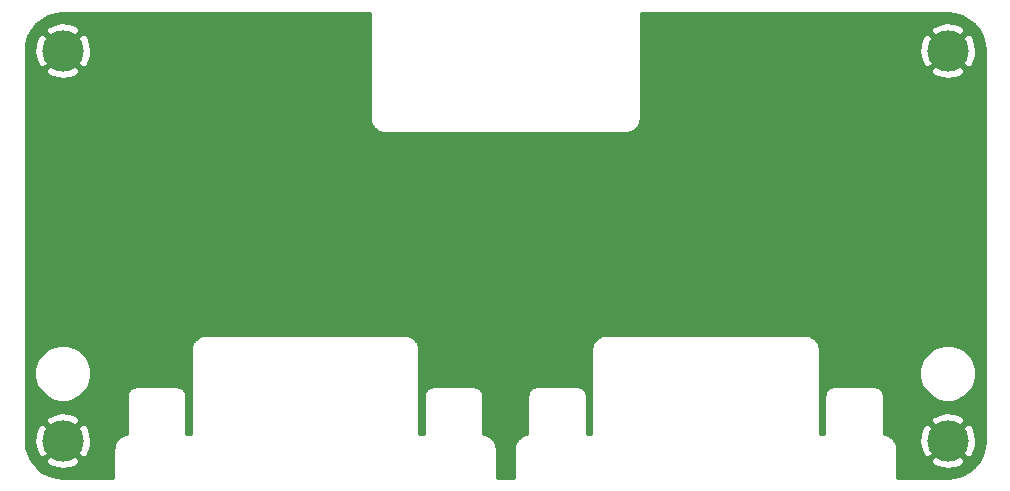
<source format=gbl>
%TF.GenerationSoftware,KiCad,Pcbnew,(5.1.8)-1*%
%TF.CreationDate,2021-02-22T12:03:38+01:00*%
%TF.ProjectId,Amiga Mouse Switch Faceplate A1,416d6967-6120-44d6-9f75-736520537769,rev?*%
%TF.SameCoordinates,Original*%
%TF.FileFunction,Copper,L2,Bot*%
%TF.FilePolarity,Positive*%
%FSLAX46Y46*%
G04 Gerber Fmt 4.6, Leading zero omitted, Abs format (unit mm)*
G04 Created by KiCad (PCBNEW (5.1.8)-1) date 2021-02-22 12:03:38*
%MOMM*%
%LPD*%
G01*
G04 APERTURE LIST*
%TA.AperFunction,ComponentPad*%
%ADD10C,3.500000*%
%TD*%
%TA.AperFunction,Conductor*%
%ADD11C,0.254000*%
%TD*%
%TA.AperFunction,Conductor*%
%ADD12C,0.100000*%
%TD*%
G04 APERTURE END LIST*
D10*
%TO.P,M1,1*%
%TO.N,Net-(M1-Pad1)*%
X102235000Y-108585000D03*
%TD*%
%TO.P,M2,1*%
%TO.N,Net-(M1-Pad1)*%
X177165000Y-75565000D03*
%TD*%
%TO.P,M3,1*%
%TO.N,Net-(M1-Pad1)*%
X102235000Y-75565000D03*
%TD*%
%TO.P,M4,1*%
%TO.N,Net-(M1-Pad1)*%
X177165000Y-108585000D03*
%TD*%
D11*
%TO.N,Net-(M1-Pad1)*%
X128244513Y-72415666D02*
X128245001Y-72420310D01*
X128245000Y-81312418D01*
X128247758Y-81340419D01*
X128247731Y-81344255D01*
X128248631Y-81353426D01*
X128261586Y-81476677D01*
X128273615Y-81535274D01*
X128284822Y-81594028D01*
X128287486Y-81602850D01*
X128324133Y-81721238D01*
X128347308Y-81776368D01*
X128369722Y-81831847D01*
X128374049Y-81839983D01*
X128432992Y-81948998D01*
X128466437Y-81998582D01*
X128499197Y-82048645D01*
X128505022Y-82055786D01*
X128584018Y-82151276D01*
X128626467Y-82193430D01*
X128668315Y-82236165D01*
X128675416Y-82242039D01*
X128771455Y-82320367D01*
X128821281Y-82353472D01*
X128870638Y-82387267D01*
X128878744Y-82391650D01*
X128988167Y-82449832D01*
X129043459Y-82472621D01*
X129098455Y-82496193D01*
X129107258Y-82498918D01*
X129225899Y-82534737D01*
X129284583Y-82546357D01*
X129343094Y-82558794D01*
X129352250Y-82559756D01*
X129352255Y-82559757D01*
X129352259Y-82559757D01*
X129475597Y-82571850D01*
X129475598Y-82571850D01*
X129507581Y-82575000D01*
X149892419Y-82575000D01*
X149920419Y-82572242D01*
X149924255Y-82572269D01*
X149933426Y-82571369D01*
X150056677Y-82558414D01*
X150115274Y-82546385D01*
X150174028Y-82535178D01*
X150182850Y-82532514D01*
X150301238Y-82495867D01*
X150356368Y-82472692D01*
X150411847Y-82450278D01*
X150419983Y-82445951D01*
X150528998Y-82387008D01*
X150578582Y-82353563D01*
X150628645Y-82320803D01*
X150635786Y-82314978D01*
X150731276Y-82235982D01*
X150773430Y-82193533D01*
X150816165Y-82151685D01*
X150822039Y-82144584D01*
X150900367Y-82048545D01*
X150933472Y-81998719D01*
X150967267Y-81949362D01*
X150971650Y-81941256D01*
X151029832Y-81831833D01*
X151052621Y-81776541D01*
X151076193Y-81721545D01*
X151078918Y-81712742D01*
X151114737Y-81594101D01*
X151126359Y-81535408D01*
X151138794Y-81476906D01*
X151139756Y-81467750D01*
X151139757Y-81467745D01*
X151139757Y-81467741D01*
X151151850Y-81344403D01*
X151151850Y-81344402D01*
X151155000Y-81312419D01*
X151155000Y-77234609D01*
X175674997Y-77234609D01*
X175861073Y-77575766D01*
X176278409Y-77791513D01*
X176729815Y-77921696D01*
X177197946Y-77961313D01*
X177664811Y-77908842D01*
X178112468Y-77766297D01*
X178468927Y-77575766D01*
X178655003Y-77234609D01*
X177165000Y-75744605D01*
X175674997Y-77234609D01*
X151155000Y-77234609D01*
X151155000Y-75597946D01*
X174768687Y-75597946D01*
X174821158Y-76064811D01*
X174963703Y-76512468D01*
X175154234Y-76868927D01*
X175495391Y-77055003D01*
X176985395Y-75565000D01*
X177344605Y-75565000D01*
X178834609Y-77055003D01*
X179175766Y-76868927D01*
X179391513Y-76451591D01*
X179521696Y-76000185D01*
X179561313Y-75532054D01*
X179508842Y-75065189D01*
X179366297Y-74617532D01*
X179175766Y-74261073D01*
X178834609Y-74074997D01*
X177344605Y-75565000D01*
X176985395Y-75565000D01*
X175495391Y-74074997D01*
X175154234Y-74261073D01*
X174938487Y-74678409D01*
X174808304Y-75129815D01*
X174768687Y-75597946D01*
X151155000Y-75597946D01*
X151155000Y-73895391D01*
X175674997Y-73895391D01*
X177165000Y-75385395D01*
X178655003Y-73895391D01*
X178468927Y-73554234D01*
X178051591Y-73338487D01*
X177600185Y-73208304D01*
X177132054Y-73168687D01*
X176665189Y-73221158D01*
X176217532Y-73363703D01*
X175861073Y-73554234D01*
X175674997Y-73895391D01*
X151155000Y-73895391D01*
X151155000Y-72422275D01*
X151155666Y-72415487D01*
X151160301Y-72415000D01*
X177132721Y-72415000D01*
X177776222Y-72478096D01*
X178364164Y-72655606D01*
X178906436Y-72943937D01*
X179382364Y-73332094D01*
X179773845Y-73805314D01*
X180065951Y-74345552D01*
X180247563Y-74932244D01*
X180315000Y-75573879D01*
X180315001Y-108552711D01*
X180251904Y-109196221D01*
X180074394Y-109784164D01*
X179786063Y-110326436D01*
X179397906Y-110802364D01*
X178924686Y-111193845D01*
X178384449Y-111485950D01*
X177797756Y-111667563D01*
X177156130Y-111735000D01*
X172879275Y-111735000D01*
X172872487Y-111734335D01*
X172872000Y-111729699D01*
X172872000Y-110254609D01*
X175674997Y-110254609D01*
X175861073Y-110595766D01*
X176278409Y-110811513D01*
X176729815Y-110941696D01*
X177197946Y-110981313D01*
X177664811Y-110928842D01*
X178112468Y-110786297D01*
X178468927Y-110595766D01*
X178655003Y-110254609D01*
X177165000Y-108764605D01*
X175674997Y-110254609D01*
X172872000Y-110254609D01*
X172872000Y-109251081D01*
X172869242Y-109223081D01*
X172869269Y-109219245D01*
X172868369Y-109210074D01*
X172855414Y-109086823D01*
X172843387Y-109028233D01*
X172832178Y-108969471D01*
X172829514Y-108960649D01*
X172792867Y-108842262D01*
X172769692Y-108787132D01*
X172747278Y-108731653D01*
X172742951Y-108723517D01*
X172685870Y-108617946D01*
X174768687Y-108617946D01*
X174821158Y-109084811D01*
X174963703Y-109532468D01*
X175154234Y-109888927D01*
X175495391Y-110075003D01*
X176985395Y-108585000D01*
X177344605Y-108585000D01*
X178834609Y-110075003D01*
X179175766Y-109888927D01*
X179391513Y-109471591D01*
X179521696Y-109020185D01*
X179561313Y-108552054D01*
X179508842Y-108085189D01*
X179366297Y-107637532D01*
X179175766Y-107281073D01*
X178834609Y-107094997D01*
X177344605Y-108585000D01*
X176985395Y-108585000D01*
X175495391Y-107094997D01*
X175154234Y-107281073D01*
X174938487Y-107698409D01*
X174808304Y-108149815D01*
X174768687Y-108617946D01*
X172685870Y-108617946D01*
X172684007Y-108614502D01*
X172650565Y-108564922D01*
X172617803Y-108514855D01*
X172611978Y-108507714D01*
X172532982Y-108412224D01*
X172490566Y-108370103D01*
X172448684Y-108327334D01*
X172441584Y-108321461D01*
X172345545Y-108243133D01*
X172295703Y-108210018D01*
X172246362Y-108176233D01*
X172238256Y-108171850D01*
X172128832Y-108113668D01*
X172073554Y-108090884D01*
X172018545Y-108067307D01*
X172009741Y-108064582D01*
X171891101Y-108028762D01*
X171832372Y-108017133D01*
X171773905Y-108004706D01*
X171764747Y-108003744D01*
X171764744Y-108003743D01*
X171764741Y-108003743D01*
X171729000Y-108000239D01*
X171729000Y-106915391D01*
X175674997Y-106915391D01*
X177165000Y-108405395D01*
X178655003Y-106915391D01*
X178468927Y-106574234D01*
X178051591Y-106358487D01*
X177600185Y-106228304D01*
X177132054Y-106188687D01*
X176665189Y-106241158D01*
X176217532Y-106383703D01*
X175861073Y-106574234D01*
X175674997Y-106915391D01*
X171729000Y-106915391D01*
X171729000Y-104742581D01*
X171726277Y-104714929D01*
X171726281Y-104714291D01*
X171725381Y-104705120D01*
X171724261Y-104694460D01*
X171719450Y-104645617D01*
X171708244Y-104608678D01*
X171699555Y-104563123D01*
X171696892Y-104554302D01*
X171689563Y-104530625D01*
X171666384Y-104475484D01*
X171643970Y-104420007D01*
X171639643Y-104411871D01*
X171627854Y-104390068D01*
X171594413Y-104340490D01*
X171561654Y-104290428D01*
X171555830Y-104283287D01*
X171540031Y-104264189D01*
X171497602Y-104222055D01*
X171455735Y-104179300D01*
X171448634Y-104173426D01*
X171429426Y-104157760D01*
X171379609Y-104124661D01*
X171330229Y-104090851D01*
X171322123Y-104086468D01*
X171300238Y-104074833D01*
X171244960Y-104052050D01*
X171189963Y-104028478D01*
X171181159Y-104025753D01*
X171157431Y-104018589D01*
X171109360Y-104009070D01*
X171071383Y-103997550D01*
X171032683Y-103993738D01*
X171031080Y-103993570D01*
X171031075Y-103993569D01*
X171031070Y-103993569D01*
X171006412Y-103991151D01*
X170974419Y-103988000D01*
X167480581Y-103988000D01*
X167452929Y-103990723D01*
X167452291Y-103990719D01*
X167443120Y-103991619D01*
X167432460Y-103992739D01*
X167383617Y-103997550D01*
X167346678Y-104008756D01*
X167301123Y-104017445D01*
X167292302Y-104020108D01*
X167268625Y-104027437D01*
X167213484Y-104050616D01*
X167158007Y-104073030D01*
X167149871Y-104077357D01*
X167128068Y-104089146D01*
X167078490Y-104122587D01*
X167028428Y-104155346D01*
X167021287Y-104161170D01*
X167002189Y-104176969D01*
X166960055Y-104219398D01*
X166917300Y-104261265D01*
X166911426Y-104268366D01*
X166895760Y-104287574D01*
X166862661Y-104337391D01*
X166828851Y-104386771D01*
X166824468Y-104394877D01*
X166812833Y-104416762D01*
X166790050Y-104472040D01*
X166766478Y-104527037D01*
X166763753Y-104535841D01*
X166756589Y-104559569D01*
X166747070Y-104607643D01*
X166735550Y-104645618D01*
X166731740Y-104684302D01*
X166731570Y-104685920D01*
X166731569Y-104685925D01*
X166731569Y-104685930D01*
X166729186Y-104710234D01*
X166726000Y-104742582D01*
X166726001Y-107988500D01*
X166338775Y-107988500D01*
X166331987Y-107987835D01*
X166331500Y-107983199D01*
X166331500Y-102631720D01*
X174745706Y-102631720D01*
X174745706Y-103108280D01*
X174838678Y-103575682D01*
X175021049Y-104015965D01*
X175285812Y-104412210D01*
X175622790Y-104749188D01*
X176019035Y-105013951D01*
X176459318Y-105196322D01*
X176926720Y-105289294D01*
X177403280Y-105289294D01*
X177870682Y-105196322D01*
X178310965Y-105013951D01*
X178707210Y-104749188D01*
X179044188Y-104412210D01*
X179308951Y-104015965D01*
X179491322Y-103575682D01*
X179584294Y-103108280D01*
X179584294Y-102631720D01*
X179491322Y-102164318D01*
X179308951Y-101724035D01*
X179044188Y-101327790D01*
X178707210Y-100990812D01*
X178310965Y-100726049D01*
X177870682Y-100543678D01*
X177403280Y-100450706D01*
X176926720Y-100450706D01*
X176459318Y-100543678D01*
X176019035Y-100726049D01*
X175622790Y-100990812D01*
X175285812Y-101327790D01*
X175021049Y-101724035D01*
X174838678Y-102164318D01*
X174745706Y-102631720D01*
X166331500Y-102631720D01*
X166331500Y-100869081D01*
X166328742Y-100841081D01*
X166328769Y-100837245D01*
X166327869Y-100828074D01*
X166314914Y-100704823D01*
X166302887Y-100646233D01*
X166291678Y-100587471D01*
X166289014Y-100578649D01*
X166252367Y-100460262D01*
X166229192Y-100405132D01*
X166206778Y-100349653D01*
X166202451Y-100341517D01*
X166143507Y-100232502D01*
X166110065Y-100182922D01*
X166077303Y-100132855D01*
X166071478Y-100125714D01*
X165992482Y-100030224D01*
X165950066Y-99988103D01*
X165908184Y-99945334D01*
X165901084Y-99939461D01*
X165805045Y-99861133D01*
X165755203Y-99828018D01*
X165705862Y-99794233D01*
X165697756Y-99789850D01*
X165588332Y-99731668D01*
X165533054Y-99708884D01*
X165478045Y-99685307D01*
X165469241Y-99682582D01*
X165350601Y-99646762D01*
X165291872Y-99635133D01*
X165233405Y-99622706D01*
X165224247Y-99621744D01*
X165224244Y-99621743D01*
X165224241Y-99621743D01*
X165100902Y-99609650D01*
X165068919Y-99606500D01*
X148240081Y-99606500D01*
X148212081Y-99609258D01*
X148208245Y-99609231D01*
X148199074Y-99610131D01*
X148075823Y-99623086D01*
X148017233Y-99635113D01*
X147958471Y-99646322D01*
X147949649Y-99648986D01*
X147831262Y-99685633D01*
X147776132Y-99708808D01*
X147720653Y-99731222D01*
X147712517Y-99735549D01*
X147603502Y-99794493D01*
X147553922Y-99827935D01*
X147503855Y-99860697D01*
X147496714Y-99866522D01*
X147401224Y-99945518D01*
X147359103Y-99987934D01*
X147316334Y-100029816D01*
X147310461Y-100036916D01*
X147232133Y-100132955D01*
X147199018Y-100182797D01*
X147165233Y-100232138D01*
X147160850Y-100240244D01*
X147102668Y-100349668D01*
X147079884Y-100404946D01*
X147056307Y-100459955D01*
X147053582Y-100468759D01*
X147017762Y-100587399D01*
X147006141Y-100646092D01*
X146993706Y-100704595D01*
X146992744Y-100713753D01*
X146992744Y-100713754D01*
X146992743Y-100713759D01*
X146980650Y-100837098D01*
X146977500Y-100869082D01*
X146977501Y-107981215D01*
X146976835Y-107988013D01*
X146972199Y-107988500D01*
X146583000Y-107988500D01*
X146583000Y-104742581D01*
X146580277Y-104714929D01*
X146580281Y-104714291D01*
X146579381Y-104705120D01*
X146578261Y-104694460D01*
X146573450Y-104645617D01*
X146562244Y-104608678D01*
X146553555Y-104563123D01*
X146550892Y-104554302D01*
X146543563Y-104530625D01*
X146520384Y-104475484D01*
X146497970Y-104420007D01*
X146493643Y-104411871D01*
X146481854Y-104390068D01*
X146448413Y-104340490D01*
X146415654Y-104290428D01*
X146409830Y-104283287D01*
X146394031Y-104264189D01*
X146351602Y-104222055D01*
X146309735Y-104179300D01*
X146302634Y-104173426D01*
X146283426Y-104157760D01*
X146233609Y-104124661D01*
X146184229Y-104090851D01*
X146176123Y-104086468D01*
X146154238Y-104074833D01*
X146098960Y-104052050D01*
X146043963Y-104028478D01*
X146035159Y-104025753D01*
X146011431Y-104018589D01*
X145963360Y-104009070D01*
X145925383Y-103997550D01*
X145886683Y-103993738D01*
X145885080Y-103993570D01*
X145885075Y-103993569D01*
X145885070Y-103993569D01*
X145860412Y-103991151D01*
X145828419Y-103988000D01*
X142334581Y-103988000D01*
X142306929Y-103990723D01*
X142306291Y-103990719D01*
X142297120Y-103991619D01*
X142286460Y-103992739D01*
X142237617Y-103997550D01*
X142200678Y-104008756D01*
X142155123Y-104017445D01*
X142146302Y-104020108D01*
X142122625Y-104027437D01*
X142067484Y-104050616D01*
X142012007Y-104073030D01*
X142003871Y-104077357D01*
X141982068Y-104089146D01*
X141932490Y-104122587D01*
X141882428Y-104155346D01*
X141875287Y-104161170D01*
X141856189Y-104176969D01*
X141814055Y-104219398D01*
X141771300Y-104261265D01*
X141765426Y-104268366D01*
X141749760Y-104287574D01*
X141716661Y-104337391D01*
X141682851Y-104386771D01*
X141678468Y-104394877D01*
X141666833Y-104416762D01*
X141644050Y-104472040D01*
X141620478Y-104527037D01*
X141617753Y-104535841D01*
X141610589Y-104559569D01*
X141601070Y-104607643D01*
X141589550Y-104645618D01*
X141585740Y-104684302D01*
X141585570Y-104685920D01*
X141585569Y-104685925D01*
X141585569Y-104685930D01*
X141583186Y-104710234D01*
X141580000Y-104742582D01*
X141580001Y-108000390D01*
X141535323Y-108005086D01*
X141476733Y-108017113D01*
X141417971Y-108028322D01*
X141409149Y-108030986D01*
X141290762Y-108067633D01*
X141235632Y-108090808D01*
X141180153Y-108113222D01*
X141172017Y-108117549D01*
X141063002Y-108176493D01*
X141013422Y-108209935D01*
X140963355Y-108242697D01*
X140956214Y-108248522D01*
X140860724Y-108327518D01*
X140818603Y-108369934D01*
X140775834Y-108411816D01*
X140769961Y-108418916D01*
X140691633Y-108514955D01*
X140658518Y-108564797D01*
X140624733Y-108614138D01*
X140620350Y-108622244D01*
X140562168Y-108731668D01*
X140539390Y-108786932D01*
X140515807Y-108841955D01*
X140513082Y-108850759D01*
X140477262Y-108969399D01*
X140465641Y-109028092D01*
X140453206Y-109086595D01*
X140452244Y-109095753D01*
X140452244Y-109095754D01*
X140452243Y-109095759D01*
X140440150Y-109219098D01*
X140437000Y-109251082D01*
X140437001Y-111727716D01*
X140436335Y-111734513D01*
X140431699Y-111735000D01*
X138970275Y-111735000D01*
X138963487Y-111734335D01*
X138963000Y-111729699D01*
X138963000Y-109251081D01*
X138960242Y-109223081D01*
X138960269Y-109219245D01*
X138959369Y-109210074D01*
X138946414Y-109086823D01*
X138934387Y-109028233D01*
X138923178Y-108969471D01*
X138920514Y-108960649D01*
X138883867Y-108842262D01*
X138860692Y-108787132D01*
X138838278Y-108731653D01*
X138833951Y-108723517D01*
X138775007Y-108614502D01*
X138741565Y-108564922D01*
X138708803Y-108514855D01*
X138702978Y-108507714D01*
X138623982Y-108412224D01*
X138581566Y-108370103D01*
X138539684Y-108327334D01*
X138532584Y-108321461D01*
X138436545Y-108243133D01*
X138386703Y-108210018D01*
X138337362Y-108176233D01*
X138329256Y-108171850D01*
X138219832Y-108113668D01*
X138164554Y-108090884D01*
X138109545Y-108067307D01*
X138100741Y-108064582D01*
X137982101Y-108028762D01*
X137923372Y-108017133D01*
X137864905Y-108004706D01*
X137855747Y-108003744D01*
X137855744Y-108003743D01*
X137855741Y-108003743D01*
X137820000Y-108000239D01*
X137820000Y-104742581D01*
X137817277Y-104714929D01*
X137817281Y-104714291D01*
X137816381Y-104705120D01*
X137815261Y-104694460D01*
X137810450Y-104645617D01*
X137799244Y-104608678D01*
X137790555Y-104563123D01*
X137787892Y-104554302D01*
X137780563Y-104530625D01*
X137757384Y-104475484D01*
X137734970Y-104420007D01*
X137730643Y-104411871D01*
X137718854Y-104390068D01*
X137685413Y-104340490D01*
X137652654Y-104290428D01*
X137646830Y-104283287D01*
X137631031Y-104264189D01*
X137588602Y-104222055D01*
X137546735Y-104179300D01*
X137539634Y-104173426D01*
X137520426Y-104157760D01*
X137470609Y-104124661D01*
X137421229Y-104090851D01*
X137413123Y-104086468D01*
X137391238Y-104074833D01*
X137335960Y-104052050D01*
X137280963Y-104028478D01*
X137272159Y-104025753D01*
X137248431Y-104018589D01*
X137200360Y-104009070D01*
X137162383Y-103997550D01*
X137123683Y-103993738D01*
X137122080Y-103993570D01*
X137122075Y-103993569D01*
X137122070Y-103993569D01*
X137097412Y-103991151D01*
X137065419Y-103988000D01*
X133571581Y-103988000D01*
X133543929Y-103990723D01*
X133543291Y-103990719D01*
X133534120Y-103991619D01*
X133523460Y-103992739D01*
X133474617Y-103997550D01*
X133437678Y-104008756D01*
X133392123Y-104017445D01*
X133383302Y-104020108D01*
X133359625Y-104027437D01*
X133304484Y-104050616D01*
X133249007Y-104073030D01*
X133240871Y-104077357D01*
X133219068Y-104089146D01*
X133169490Y-104122587D01*
X133119428Y-104155346D01*
X133112287Y-104161170D01*
X133093189Y-104176969D01*
X133051055Y-104219398D01*
X133008300Y-104261265D01*
X133002426Y-104268366D01*
X132986760Y-104287574D01*
X132953661Y-104337391D01*
X132919851Y-104386771D01*
X132915468Y-104394877D01*
X132903833Y-104416762D01*
X132881050Y-104472040D01*
X132857478Y-104527037D01*
X132854753Y-104535841D01*
X132847589Y-104559569D01*
X132838070Y-104607643D01*
X132826550Y-104645618D01*
X132822740Y-104684302D01*
X132822570Y-104685920D01*
X132822569Y-104685925D01*
X132822569Y-104685930D01*
X132820186Y-104710234D01*
X132817000Y-104742582D01*
X132817001Y-107988500D01*
X132429775Y-107988500D01*
X132422987Y-107987835D01*
X132422500Y-107983199D01*
X132422500Y-100869081D01*
X132419742Y-100841081D01*
X132419769Y-100837245D01*
X132418869Y-100828074D01*
X132405914Y-100704823D01*
X132393887Y-100646233D01*
X132382678Y-100587471D01*
X132380014Y-100578649D01*
X132343367Y-100460262D01*
X132320192Y-100405132D01*
X132297778Y-100349653D01*
X132293451Y-100341517D01*
X132234507Y-100232502D01*
X132201065Y-100182922D01*
X132168303Y-100132855D01*
X132162478Y-100125714D01*
X132083482Y-100030224D01*
X132041066Y-99988103D01*
X131999184Y-99945334D01*
X131992084Y-99939461D01*
X131896045Y-99861133D01*
X131846203Y-99828018D01*
X131796862Y-99794233D01*
X131788756Y-99789850D01*
X131679332Y-99731668D01*
X131624054Y-99708884D01*
X131569045Y-99685307D01*
X131560241Y-99682582D01*
X131441601Y-99646762D01*
X131382872Y-99635133D01*
X131324405Y-99622706D01*
X131315247Y-99621744D01*
X131315244Y-99621743D01*
X131315241Y-99621743D01*
X131191902Y-99609650D01*
X131159919Y-99606500D01*
X114331081Y-99606500D01*
X114303081Y-99609258D01*
X114299245Y-99609231D01*
X114290074Y-99610131D01*
X114166823Y-99623086D01*
X114108233Y-99635113D01*
X114049471Y-99646322D01*
X114040649Y-99648986D01*
X113922262Y-99685633D01*
X113867132Y-99708808D01*
X113811653Y-99731222D01*
X113803517Y-99735549D01*
X113694502Y-99794493D01*
X113644922Y-99827935D01*
X113594855Y-99860697D01*
X113587714Y-99866522D01*
X113492224Y-99945518D01*
X113450103Y-99987934D01*
X113407334Y-100029816D01*
X113401461Y-100036916D01*
X113323133Y-100132955D01*
X113290018Y-100182797D01*
X113256233Y-100232138D01*
X113251850Y-100240244D01*
X113193668Y-100349668D01*
X113170884Y-100404946D01*
X113147307Y-100459955D01*
X113144582Y-100468759D01*
X113108762Y-100587399D01*
X113097141Y-100646092D01*
X113084706Y-100704595D01*
X113083744Y-100713753D01*
X113083744Y-100713754D01*
X113083743Y-100713759D01*
X113071650Y-100837098D01*
X113068500Y-100869082D01*
X113068501Y-107981215D01*
X113067835Y-107988013D01*
X113063199Y-107988500D01*
X112674000Y-107988500D01*
X112674000Y-104742581D01*
X112671277Y-104714929D01*
X112671281Y-104714291D01*
X112670381Y-104705120D01*
X112669261Y-104694460D01*
X112664450Y-104645617D01*
X112653244Y-104608678D01*
X112644555Y-104563123D01*
X112641892Y-104554302D01*
X112634563Y-104530625D01*
X112611384Y-104475484D01*
X112588970Y-104420007D01*
X112584643Y-104411871D01*
X112572854Y-104390068D01*
X112539413Y-104340490D01*
X112506654Y-104290428D01*
X112500830Y-104283287D01*
X112485031Y-104264189D01*
X112442602Y-104222055D01*
X112400735Y-104179300D01*
X112393634Y-104173426D01*
X112374426Y-104157760D01*
X112324609Y-104124661D01*
X112275229Y-104090851D01*
X112267123Y-104086468D01*
X112245238Y-104074833D01*
X112189960Y-104052050D01*
X112134963Y-104028478D01*
X112126159Y-104025753D01*
X112102431Y-104018589D01*
X112054360Y-104009070D01*
X112016383Y-103997550D01*
X111977683Y-103993738D01*
X111976080Y-103993570D01*
X111976075Y-103993569D01*
X111976070Y-103993569D01*
X111951412Y-103991151D01*
X111919419Y-103988000D01*
X108425581Y-103988000D01*
X108397929Y-103990723D01*
X108397291Y-103990719D01*
X108388120Y-103991619D01*
X108377460Y-103992739D01*
X108328617Y-103997550D01*
X108291678Y-104008756D01*
X108246123Y-104017445D01*
X108237302Y-104020108D01*
X108213625Y-104027437D01*
X108158484Y-104050616D01*
X108103007Y-104073030D01*
X108094871Y-104077357D01*
X108073068Y-104089146D01*
X108023490Y-104122587D01*
X107973428Y-104155346D01*
X107966287Y-104161170D01*
X107947189Y-104176969D01*
X107905055Y-104219398D01*
X107862300Y-104261265D01*
X107856426Y-104268366D01*
X107840760Y-104287574D01*
X107807661Y-104337391D01*
X107773851Y-104386771D01*
X107769468Y-104394877D01*
X107757833Y-104416762D01*
X107735050Y-104472040D01*
X107711478Y-104527037D01*
X107708753Y-104535841D01*
X107701589Y-104559569D01*
X107692070Y-104607643D01*
X107680550Y-104645618D01*
X107676740Y-104684302D01*
X107676570Y-104685920D01*
X107676569Y-104685925D01*
X107676569Y-104685930D01*
X107674186Y-104710234D01*
X107671000Y-104742582D01*
X107671001Y-108000390D01*
X107626323Y-108005086D01*
X107567733Y-108017113D01*
X107508971Y-108028322D01*
X107500149Y-108030986D01*
X107381762Y-108067633D01*
X107326632Y-108090808D01*
X107271153Y-108113222D01*
X107263017Y-108117549D01*
X107154002Y-108176493D01*
X107104422Y-108209935D01*
X107054355Y-108242697D01*
X107047214Y-108248522D01*
X106951724Y-108327518D01*
X106909603Y-108369934D01*
X106866834Y-108411816D01*
X106860961Y-108418916D01*
X106782633Y-108514955D01*
X106749518Y-108564797D01*
X106715733Y-108614138D01*
X106711350Y-108622244D01*
X106653168Y-108731668D01*
X106630390Y-108786932D01*
X106606807Y-108841955D01*
X106604082Y-108850759D01*
X106568262Y-108969399D01*
X106556641Y-109028092D01*
X106544206Y-109086595D01*
X106543244Y-109095753D01*
X106543244Y-109095754D01*
X106543243Y-109095759D01*
X106531150Y-109219098D01*
X106528000Y-109251082D01*
X106528001Y-111727716D01*
X106527335Y-111734513D01*
X106522699Y-111735000D01*
X102267279Y-111735000D01*
X101623779Y-111671904D01*
X101035836Y-111494394D01*
X100493564Y-111206063D01*
X100017636Y-110817906D01*
X99626155Y-110344686D01*
X99577451Y-110254609D01*
X100744997Y-110254609D01*
X100931073Y-110595766D01*
X101348409Y-110811513D01*
X101799815Y-110941696D01*
X102267946Y-110981313D01*
X102734811Y-110928842D01*
X103182468Y-110786297D01*
X103538927Y-110595766D01*
X103725003Y-110254609D01*
X102235000Y-108764605D01*
X100744997Y-110254609D01*
X99577451Y-110254609D01*
X99334050Y-109804449D01*
X99152437Y-109217756D01*
X99089395Y-108617946D01*
X99838687Y-108617946D01*
X99891158Y-109084811D01*
X100033703Y-109532468D01*
X100224234Y-109888927D01*
X100565391Y-110075003D01*
X102055395Y-108585000D01*
X102414605Y-108585000D01*
X103904609Y-110075003D01*
X104245766Y-109888927D01*
X104461513Y-109471591D01*
X104591696Y-109020185D01*
X104631313Y-108552054D01*
X104578842Y-108085189D01*
X104436297Y-107637532D01*
X104245766Y-107281073D01*
X103904609Y-107094997D01*
X102414605Y-108585000D01*
X102055395Y-108585000D01*
X100565391Y-107094997D01*
X100224234Y-107281073D01*
X100008487Y-107698409D01*
X99878304Y-108149815D01*
X99838687Y-108617946D01*
X99089395Y-108617946D01*
X99085000Y-108576130D01*
X99085000Y-106915391D01*
X100744997Y-106915391D01*
X102235000Y-108405395D01*
X103725003Y-106915391D01*
X103538927Y-106574234D01*
X103121591Y-106358487D01*
X102670185Y-106228304D01*
X102202054Y-106188687D01*
X101735189Y-106241158D01*
X101287532Y-106383703D01*
X100931073Y-106574234D01*
X100744997Y-106915391D01*
X99085000Y-106915391D01*
X99085000Y-102631720D01*
X99815706Y-102631720D01*
X99815706Y-103108280D01*
X99908678Y-103575682D01*
X100091049Y-104015965D01*
X100355812Y-104412210D01*
X100692790Y-104749188D01*
X101089035Y-105013951D01*
X101529318Y-105196322D01*
X101996720Y-105289294D01*
X102473280Y-105289294D01*
X102940682Y-105196322D01*
X103380965Y-105013951D01*
X103777210Y-104749188D01*
X104114188Y-104412210D01*
X104378951Y-104015965D01*
X104561322Y-103575682D01*
X104654294Y-103108280D01*
X104654294Y-102631720D01*
X104561322Y-102164318D01*
X104378951Y-101724035D01*
X104114188Y-101327790D01*
X103777210Y-100990812D01*
X103380965Y-100726049D01*
X102940682Y-100543678D01*
X102473280Y-100450706D01*
X101996720Y-100450706D01*
X101529318Y-100543678D01*
X101089035Y-100726049D01*
X100692790Y-100990812D01*
X100355812Y-101327790D01*
X100091049Y-101724035D01*
X99908678Y-102164318D01*
X99815706Y-102631720D01*
X99085000Y-102631720D01*
X99085000Y-77234609D01*
X100744997Y-77234609D01*
X100931073Y-77575766D01*
X101348409Y-77791513D01*
X101799815Y-77921696D01*
X102267946Y-77961313D01*
X102734811Y-77908842D01*
X103182468Y-77766297D01*
X103538927Y-77575766D01*
X103725003Y-77234609D01*
X102235000Y-75744605D01*
X100744997Y-77234609D01*
X99085000Y-77234609D01*
X99085000Y-75597946D01*
X99838687Y-75597946D01*
X99891158Y-76064811D01*
X100033703Y-76512468D01*
X100224234Y-76868927D01*
X100565391Y-77055003D01*
X102055395Y-75565000D01*
X102414605Y-75565000D01*
X103904609Y-77055003D01*
X104245766Y-76868927D01*
X104461513Y-76451591D01*
X104591696Y-76000185D01*
X104631313Y-75532054D01*
X104578842Y-75065189D01*
X104436297Y-74617532D01*
X104245766Y-74261073D01*
X103904609Y-74074997D01*
X102414605Y-75565000D01*
X102055395Y-75565000D01*
X100565391Y-74074997D01*
X100224234Y-74261073D01*
X100008487Y-74678409D01*
X99878304Y-75129815D01*
X99838687Y-75597946D01*
X99085000Y-75597946D01*
X99085000Y-75597279D01*
X99148096Y-74953778D01*
X99325606Y-74365836D01*
X99575745Y-73895391D01*
X100744997Y-73895391D01*
X102235000Y-75385395D01*
X103725003Y-73895391D01*
X103538927Y-73554234D01*
X103121591Y-73338487D01*
X102670185Y-73208304D01*
X102202054Y-73168687D01*
X101735189Y-73221158D01*
X101287532Y-73363703D01*
X100931073Y-73554234D01*
X100744997Y-73895391D01*
X99575745Y-73895391D01*
X99613937Y-73823564D01*
X100002094Y-73347636D01*
X100475314Y-72956155D01*
X101015552Y-72664049D01*
X101602244Y-72482437D01*
X102243879Y-72415000D01*
X128237725Y-72415000D01*
X128244513Y-72415666D01*
%TA.AperFunction,Conductor*%
D12*
G36*
X128244513Y-72415666D02*
G01*
X128245001Y-72420310D01*
X128245000Y-81312418D01*
X128247758Y-81340419D01*
X128247731Y-81344255D01*
X128248631Y-81353426D01*
X128261586Y-81476677D01*
X128273615Y-81535274D01*
X128284822Y-81594028D01*
X128287486Y-81602850D01*
X128324133Y-81721238D01*
X128347308Y-81776368D01*
X128369722Y-81831847D01*
X128374049Y-81839983D01*
X128432992Y-81948998D01*
X128466437Y-81998582D01*
X128499197Y-82048645D01*
X128505022Y-82055786D01*
X128584018Y-82151276D01*
X128626467Y-82193430D01*
X128668315Y-82236165D01*
X128675416Y-82242039D01*
X128771455Y-82320367D01*
X128821281Y-82353472D01*
X128870638Y-82387267D01*
X128878744Y-82391650D01*
X128988167Y-82449832D01*
X129043459Y-82472621D01*
X129098455Y-82496193D01*
X129107258Y-82498918D01*
X129225899Y-82534737D01*
X129284583Y-82546357D01*
X129343094Y-82558794D01*
X129352250Y-82559756D01*
X129352255Y-82559757D01*
X129352259Y-82559757D01*
X129475597Y-82571850D01*
X129475598Y-82571850D01*
X129507581Y-82575000D01*
X149892419Y-82575000D01*
X149920419Y-82572242D01*
X149924255Y-82572269D01*
X149933426Y-82571369D01*
X150056677Y-82558414D01*
X150115274Y-82546385D01*
X150174028Y-82535178D01*
X150182850Y-82532514D01*
X150301238Y-82495867D01*
X150356368Y-82472692D01*
X150411847Y-82450278D01*
X150419983Y-82445951D01*
X150528998Y-82387008D01*
X150578582Y-82353563D01*
X150628645Y-82320803D01*
X150635786Y-82314978D01*
X150731276Y-82235982D01*
X150773430Y-82193533D01*
X150816165Y-82151685D01*
X150822039Y-82144584D01*
X150900367Y-82048545D01*
X150933472Y-81998719D01*
X150967267Y-81949362D01*
X150971650Y-81941256D01*
X151029832Y-81831833D01*
X151052621Y-81776541D01*
X151076193Y-81721545D01*
X151078918Y-81712742D01*
X151114737Y-81594101D01*
X151126359Y-81535408D01*
X151138794Y-81476906D01*
X151139756Y-81467750D01*
X151139757Y-81467745D01*
X151139757Y-81467741D01*
X151151850Y-81344403D01*
X151151850Y-81344402D01*
X151155000Y-81312419D01*
X151155000Y-77234609D01*
X175674997Y-77234609D01*
X175861073Y-77575766D01*
X176278409Y-77791513D01*
X176729815Y-77921696D01*
X177197946Y-77961313D01*
X177664811Y-77908842D01*
X178112468Y-77766297D01*
X178468927Y-77575766D01*
X178655003Y-77234609D01*
X177165000Y-75744605D01*
X175674997Y-77234609D01*
X151155000Y-77234609D01*
X151155000Y-75597946D01*
X174768687Y-75597946D01*
X174821158Y-76064811D01*
X174963703Y-76512468D01*
X175154234Y-76868927D01*
X175495391Y-77055003D01*
X176985395Y-75565000D01*
X177344605Y-75565000D01*
X178834609Y-77055003D01*
X179175766Y-76868927D01*
X179391513Y-76451591D01*
X179521696Y-76000185D01*
X179561313Y-75532054D01*
X179508842Y-75065189D01*
X179366297Y-74617532D01*
X179175766Y-74261073D01*
X178834609Y-74074997D01*
X177344605Y-75565000D01*
X176985395Y-75565000D01*
X175495391Y-74074997D01*
X175154234Y-74261073D01*
X174938487Y-74678409D01*
X174808304Y-75129815D01*
X174768687Y-75597946D01*
X151155000Y-75597946D01*
X151155000Y-73895391D01*
X175674997Y-73895391D01*
X177165000Y-75385395D01*
X178655003Y-73895391D01*
X178468927Y-73554234D01*
X178051591Y-73338487D01*
X177600185Y-73208304D01*
X177132054Y-73168687D01*
X176665189Y-73221158D01*
X176217532Y-73363703D01*
X175861073Y-73554234D01*
X175674997Y-73895391D01*
X151155000Y-73895391D01*
X151155000Y-72422275D01*
X151155666Y-72415487D01*
X151160301Y-72415000D01*
X177132721Y-72415000D01*
X177776222Y-72478096D01*
X178364164Y-72655606D01*
X178906436Y-72943937D01*
X179382364Y-73332094D01*
X179773845Y-73805314D01*
X180065951Y-74345552D01*
X180247563Y-74932244D01*
X180315000Y-75573879D01*
X180315001Y-108552711D01*
X180251904Y-109196221D01*
X180074394Y-109784164D01*
X179786063Y-110326436D01*
X179397906Y-110802364D01*
X178924686Y-111193845D01*
X178384449Y-111485950D01*
X177797756Y-111667563D01*
X177156130Y-111735000D01*
X172879275Y-111735000D01*
X172872487Y-111734335D01*
X172872000Y-111729699D01*
X172872000Y-110254609D01*
X175674997Y-110254609D01*
X175861073Y-110595766D01*
X176278409Y-110811513D01*
X176729815Y-110941696D01*
X177197946Y-110981313D01*
X177664811Y-110928842D01*
X178112468Y-110786297D01*
X178468927Y-110595766D01*
X178655003Y-110254609D01*
X177165000Y-108764605D01*
X175674997Y-110254609D01*
X172872000Y-110254609D01*
X172872000Y-109251081D01*
X172869242Y-109223081D01*
X172869269Y-109219245D01*
X172868369Y-109210074D01*
X172855414Y-109086823D01*
X172843387Y-109028233D01*
X172832178Y-108969471D01*
X172829514Y-108960649D01*
X172792867Y-108842262D01*
X172769692Y-108787132D01*
X172747278Y-108731653D01*
X172742951Y-108723517D01*
X172685870Y-108617946D01*
X174768687Y-108617946D01*
X174821158Y-109084811D01*
X174963703Y-109532468D01*
X175154234Y-109888927D01*
X175495391Y-110075003D01*
X176985395Y-108585000D01*
X177344605Y-108585000D01*
X178834609Y-110075003D01*
X179175766Y-109888927D01*
X179391513Y-109471591D01*
X179521696Y-109020185D01*
X179561313Y-108552054D01*
X179508842Y-108085189D01*
X179366297Y-107637532D01*
X179175766Y-107281073D01*
X178834609Y-107094997D01*
X177344605Y-108585000D01*
X176985395Y-108585000D01*
X175495391Y-107094997D01*
X175154234Y-107281073D01*
X174938487Y-107698409D01*
X174808304Y-108149815D01*
X174768687Y-108617946D01*
X172685870Y-108617946D01*
X172684007Y-108614502D01*
X172650565Y-108564922D01*
X172617803Y-108514855D01*
X172611978Y-108507714D01*
X172532982Y-108412224D01*
X172490566Y-108370103D01*
X172448684Y-108327334D01*
X172441584Y-108321461D01*
X172345545Y-108243133D01*
X172295703Y-108210018D01*
X172246362Y-108176233D01*
X172238256Y-108171850D01*
X172128832Y-108113668D01*
X172073554Y-108090884D01*
X172018545Y-108067307D01*
X172009741Y-108064582D01*
X171891101Y-108028762D01*
X171832372Y-108017133D01*
X171773905Y-108004706D01*
X171764747Y-108003744D01*
X171764744Y-108003743D01*
X171764741Y-108003743D01*
X171729000Y-108000239D01*
X171729000Y-106915391D01*
X175674997Y-106915391D01*
X177165000Y-108405395D01*
X178655003Y-106915391D01*
X178468927Y-106574234D01*
X178051591Y-106358487D01*
X177600185Y-106228304D01*
X177132054Y-106188687D01*
X176665189Y-106241158D01*
X176217532Y-106383703D01*
X175861073Y-106574234D01*
X175674997Y-106915391D01*
X171729000Y-106915391D01*
X171729000Y-104742581D01*
X171726277Y-104714929D01*
X171726281Y-104714291D01*
X171725381Y-104705120D01*
X171724261Y-104694460D01*
X171719450Y-104645617D01*
X171708244Y-104608678D01*
X171699555Y-104563123D01*
X171696892Y-104554302D01*
X171689563Y-104530625D01*
X171666384Y-104475484D01*
X171643970Y-104420007D01*
X171639643Y-104411871D01*
X171627854Y-104390068D01*
X171594413Y-104340490D01*
X171561654Y-104290428D01*
X171555830Y-104283287D01*
X171540031Y-104264189D01*
X171497602Y-104222055D01*
X171455735Y-104179300D01*
X171448634Y-104173426D01*
X171429426Y-104157760D01*
X171379609Y-104124661D01*
X171330229Y-104090851D01*
X171322123Y-104086468D01*
X171300238Y-104074833D01*
X171244960Y-104052050D01*
X171189963Y-104028478D01*
X171181159Y-104025753D01*
X171157431Y-104018589D01*
X171109360Y-104009070D01*
X171071383Y-103997550D01*
X171032683Y-103993738D01*
X171031080Y-103993570D01*
X171031075Y-103993569D01*
X171031070Y-103993569D01*
X171006412Y-103991151D01*
X170974419Y-103988000D01*
X167480581Y-103988000D01*
X167452929Y-103990723D01*
X167452291Y-103990719D01*
X167443120Y-103991619D01*
X167432460Y-103992739D01*
X167383617Y-103997550D01*
X167346678Y-104008756D01*
X167301123Y-104017445D01*
X167292302Y-104020108D01*
X167268625Y-104027437D01*
X167213484Y-104050616D01*
X167158007Y-104073030D01*
X167149871Y-104077357D01*
X167128068Y-104089146D01*
X167078490Y-104122587D01*
X167028428Y-104155346D01*
X167021287Y-104161170D01*
X167002189Y-104176969D01*
X166960055Y-104219398D01*
X166917300Y-104261265D01*
X166911426Y-104268366D01*
X166895760Y-104287574D01*
X166862661Y-104337391D01*
X166828851Y-104386771D01*
X166824468Y-104394877D01*
X166812833Y-104416762D01*
X166790050Y-104472040D01*
X166766478Y-104527037D01*
X166763753Y-104535841D01*
X166756589Y-104559569D01*
X166747070Y-104607643D01*
X166735550Y-104645618D01*
X166731740Y-104684302D01*
X166731570Y-104685920D01*
X166731569Y-104685925D01*
X166731569Y-104685930D01*
X166729186Y-104710234D01*
X166726000Y-104742582D01*
X166726001Y-107988500D01*
X166338775Y-107988500D01*
X166331987Y-107987835D01*
X166331500Y-107983199D01*
X166331500Y-102631720D01*
X174745706Y-102631720D01*
X174745706Y-103108280D01*
X174838678Y-103575682D01*
X175021049Y-104015965D01*
X175285812Y-104412210D01*
X175622790Y-104749188D01*
X176019035Y-105013951D01*
X176459318Y-105196322D01*
X176926720Y-105289294D01*
X177403280Y-105289294D01*
X177870682Y-105196322D01*
X178310965Y-105013951D01*
X178707210Y-104749188D01*
X179044188Y-104412210D01*
X179308951Y-104015965D01*
X179491322Y-103575682D01*
X179584294Y-103108280D01*
X179584294Y-102631720D01*
X179491322Y-102164318D01*
X179308951Y-101724035D01*
X179044188Y-101327790D01*
X178707210Y-100990812D01*
X178310965Y-100726049D01*
X177870682Y-100543678D01*
X177403280Y-100450706D01*
X176926720Y-100450706D01*
X176459318Y-100543678D01*
X176019035Y-100726049D01*
X175622790Y-100990812D01*
X175285812Y-101327790D01*
X175021049Y-101724035D01*
X174838678Y-102164318D01*
X174745706Y-102631720D01*
X166331500Y-102631720D01*
X166331500Y-100869081D01*
X166328742Y-100841081D01*
X166328769Y-100837245D01*
X166327869Y-100828074D01*
X166314914Y-100704823D01*
X166302887Y-100646233D01*
X166291678Y-100587471D01*
X166289014Y-100578649D01*
X166252367Y-100460262D01*
X166229192Y-100405132D01*
X166206778Y-100349653D01*
X166202451Y-100341517D01*
X166143507Y-100232502D01*
X166110065Y-100182922D01*
X166077303Y-100132855D01*
X166071478Y-100125714D01*
X165992482Y-100030224D01*
X165950066Y-99988103D01*
X165908184Y-99945334D01*
X165901084Y-99939461D01*
X165805045Y-99861133D01*
X165755203Y-99828018D01*
X165705862Y-99794233D01*
X165697756Y-99789850D01*
X165588332Y-99731668D01*
X165533054Y-99708884D01*
X165478045Y-99685307D01*
X165469241Y-99682582D01*
X165350601Y-99646762D01*
X165291872Y-99635133D01*
X165233405Y-99622706D01*
X165224247Y-99621744D01*
X165224244Y-99621743D01*
X165224241Y-99621743D01*
X165100902Y-99609650D01*
X165068919Y-99606500D01*
X148240081Y-99606500D01*
X148212081Y-99609258D01*
X148208245Y-99609231D01*
X148199074Y-99610131D01*
X148075823Y-99623086D01*
X148017233Y-99635113D01*
X147958471Y-99646322D01*
X147949649Y-99648986D01*
X147831262Y-99685633D01*
X147776132Y-99708808D01*
X147720653Y-99731222D01*
X147712517Y-99735549D01*
X147603502Y-99794493D01*
X147553922Y-99827935D01*
X147503855Y-99860697D01*
X147496714Y-99866522D01*
X147401224Y-99945518D01*
X147359103Y-99987934D01*
X147316334Y-100029816D01*
X147310461Y-100036916D01*
X147232133Y-100132955D01*
X147199018Y-100182797D01*
X147165233Y-100232138D01*
X147160850Y-100240244D01*
X147102668Y-100349668D01*
X147079884Y-100404946D01*
X147056307Y-100459955D01*
X147053582Y-100468759D01*
X147017762Y-100587399D01*
X147006141Y-100646092D01*
X146993706Y-100704595D01*
X146992744Y-100713753D01*
X146992744Y-100713754D01*
X146992743Y-100713759D01*
X146980650Y-100837098D01*
X146977500Y-100869082D01*
X146977501Y-107981215D01*
X146976835Y-107988013D01*
X146972199Y-107988500D01*
X146583000Y-107988500D01*
X146583000Y-104742581D01*
X146580277Y-104714929D01*
X146580281Y-104714291D01*
X146579381Y-104705120D01*
X146578261Y-104694460D01*
X146573450Y-104645617D01*
X146562244Y-104608678D01*
X146553555Y-104563123D01*
X146550892Y-104554302D01*
X146543563Y-104530625D01*
X146520384Y-104475484D01*
X146497970Y-104420007D01*
X146493643Y-104411871D01*
X146481854Y-104390068D01*
X146448413Y-104340490D01*
X146415654Y-104290428D01*
X146409830Y-104283287D01*
X146394031Y-104264189D01*
X146351602Y-104222055D01*
X146309735Y-104179300D01*
X146302634Y-104173426D01*
X146283426Y-104157760D01*
X146233609Y-104124661D01*
X146184229Y-104090851D01*
X146176123Y-104086468D01*
X146154238Y-104074833D01*
X146098960Y-104052050D01*
X146043963Y-104028478D01*
X146035159Y-104025753D01*
X146011431Y-104018589D01*
X145963360Y-104009070D01*
X145925383Y-103997550D01*
X145886683Y-103993738D01*
X145885080Y-103993570D01*
X145885075Y-103993569D01*
X145885070Y-103993569D01*
X145860412Y-103991151D01*
X145828419Y-103988000D01*
X142334581Y-103988000D01*
X142306929Y-103990723D01*
X142306291Y-103990719D01*
X142297120Y-103991619D01*
X142286460Y-103992739D01*
X142237617Y-103997550D01*
X142200678Y-104008756D01*
X142155123Y-104017445D01*
X142146302Y-104020108D01*
X142122625Y-104027437D01*
X142067484Y-104050616D01*
X142012007Y-104073030D01*
X142003871Y-104077357D01*
X141982068Y-104089146D01*
X141932490Y-104122587D01*
X141882428Y-104155346D01*
X141875287Y-104161170D01*
X141856189Y-104176969D01*
X141814055Y-104219398D01*
X141771300Y-104261265D01*
X141765426Y-104268366D01*
X141749760Y-104287574D01*
X141716661Y-104337391D01*
X141682851Y-104386771D01*
X141678468Y-104394877D01*
X141666833Y-104416762D01*
X141644050Y-104472040D01*
X141620478Y-104527037D01*
X141617753Y-104535841D01*
X141610589Y-104559569D01*
X141601070Y-104607643D01*
X141589550Y-104645618D01*
X141585740Y-104684302D01*
X141585570Y-104685920D01*
X141585569Y-104685925D01*
X141585569Y-104685930D01*
X141583186Y-104710234D01*
X141580000Y-104742582D01*
X141580001Y-108000390D01*
X141535323Y-108005086D01*
X141476733Y-108017113D01*
X141417971Y-108028322D01*
X141409149Y-108030986D01*
X141290762Y-108067633D01*
X141235632Y-108090808D01*
X141180153Y-108113222D01*
X141172017Y-108117549D01*
X141063002Y-108176493D01*
X141013422Y-108209935D01*
X140963355Y-108242697D01*
X140956214Y-108248522D01*
X140860724Y-108327518D01*
X140818603Y-108369934D01*
X140775834Y-108411816D01*
X140769961Y-108418916D01*
X140691633Y-108514955D01*
X140658518Y-108564797D01*
X140624733Y-108614138D01*
X140620350Y-108622244D01*
X140562168Y-108731668D01*
X140539390Y-108786932D01*
X140515807Y-108841955D01*
X140513082Y-108850759D01*
X140477262Y-108969399D01*
X140465641Y-109028092D01*
X140453206Y-109086595D01*
X140452244Y-109095753D01*
X140452244Y-109095754D01*
X140452243Y-109095759D01*
X140440150Y-109219098D01*
X140437000Y-109251082D01*
X140437001Y-111727716D01*
X140436335Y-111734513D01*
X140431699Y-111735000D01*
X138970275Y-111735000D01*
X138963487Y-111734335D01*
X138963000Y-111729699D01*
X138963000Y-109251081D01*
X138960242Y-109223081D01*
X138960269Y-109219245D01*
X138959369Y-109210074D01*
X138946414Y-109086823D01*
X138934387Y-109028233D01*
X138923178Y-108969471D01*
X138920514Y-108960649D01*
X138883867Y-108842262D01*
X138860692Y-108787132D01*
X138838278Y-108731653D01*
X138833951Y-108723517D01*
X138775007Y-108614502D01*
X138741565Y-108564922D01*
X138708803Y-108514855D01*
X138702978Y-108507714D01*
X138623982Y-108412224D01*
X138581566Y-108370103D01*
X138539684Y-108327334D01*
X138532584Y-108321461D01*
X138436545Y-108243133D01*
X138386703Y-108210018D01*
X138337362Y-108176233D01*
X138329256Y-108171850D01*
X138219832Y-108113668D01*
X138164554Y-108090884D01*
X138109545Y-108067307D01*
X138100741Y-108064582D01*
X137982101Y-108028762D01*
X137923372Y-108017133D01*
X137864905Y-108004706D01*
X137855747Y-108003744D01*
X137855744Y-108003743D01*
X137855741Y-108003743D01*
X137820000Y-108000239D01*
X137820000Y-104742581D01*
X137817277Y-104714929D01*
X137817281Y-104714291D01*
X137816381Y-104705120D01*
X137815261Y-104694460D01*
X137810450Y-104645617D01*
X137799244Y-104608678D01*
X137790555Y-104563123D01*
X137787892Y-104554302D01*
X137780563Y-104530625D01*
X137757384Y-104475484D01*
X137734970Y-104420007D01*
X137730643Y-104411871D01*
X137718854Y-104390068D01*
X137685413Y-104340490D01*
X137652654Y-104290428D01*
X137646830Y-104283287D01*
X137631031Y-104264189D01*
X137588602Y-104222055D01*
X137546735Y-104179300D01*
X137539634Y-104173426D01*
X137520426Y-104157760D01*
X137470609Y-104124661D01*
X137421229Y-104090851D01*
X137413123Y-104086468D01*
X137391238Y-104074833D01*
X137335960Y-104052050D01*
X137280963Y-104028478D01*
X137272159Y-104025753D01*
X137248431Y-104018589D01*
X137200360Y-104009070D01*
X137162383Y-103997550D01*
X137123683Y-103993738D01*
X137122080Y-103993570D01*
X137122075Y-103993569D01*
X137122070Y-103993569D01*
X137097412Y-103991151D01*
X137065419Y-103988000D01*
X133571581Y-103988000D01*
X133543929Y-103990723D01*
X133543291Y-103990719D01*
X133534120Y-103991619D01*
X133523460Y-103992739D01*
X133474617Y-103997550D01*
X133437678Y-104008756D01*
X133392123Y-104017445D01*
X133383302Y-104020108D01*
X133359625Y-104027437D01*
X133304484Y-104050616D01*
X133249007Y-104073030D01*
X133240871Y-104077357D01*
X133219068Y-104089146D01*
X133169490Y-104122587D01*
X133119428Y-104155346D01*
X133112287Y-104161170D01*
X133093189Y-104176969D01*
X133051055Y-104219398D01*
X133008300Y-104261265D01*
X133002426Y-104268366D01*
X132986760Y-104287574D01*
X132953661Y-104337391D01*
X132919851Y-104386771D01*
X132915468Y-104394877D01*
X132903833Y-104416762D01*
X132881050Y-104472040D01*
X132857478Y-104527037D01*
X132854753Y-104535841D01*
X132847589Y-104559569D01*
X132838070Y-104607643D01*
X132826550Y-104645618D01*
X132822740Y-104684302D01*
X132822570Y-104685920D01*
X132822569Y-104685925D01*
X132822569Y-104685930D01*
X132820186Y-104710234D01*
X132817000Y-104742582D01*
X132817001Y-107988500D01*
X132429775Y-107988500D01*
X132422987Y-107987835D01*
X132422500Y-107983199D01*
X132422500Y-100869081D01*
X132419742Y-100841081D01*
X132419769Y-100837245D01*
X132418869Y-100828074D01*
X132405914Y-100704823D01*
X132393887Y-100646233D01*
X132382678Y-100587471D01*
X132380014Y-100578649D01*
X132343367Y-100460262D01*
X132320192Y-100405132D01*
X132297778Y-100349653D01*
X132293451Y-100341517D01*
X132234507Y-100232502D01*
X132201065Y-100182922D01*
X132168303Y-100132855D01*
X132162478Y-100125714D01*
X132083482Y-100030224D01*
X132041066Y-99988103D01*
X131999184Y-99945334D01*
X131992084Y-99939461D01*
X131896045Y-99861133D01*
X131846203Y-99828018D01*
X131796862Y-99794233D01*
X131788756Y-99789850D01*
X131679332Y-99731668D01*
X131624054Y-99708884D01*
X131569045Y-99685307D01*
X131560241Y-99682582D01*
X131441601Y-99646762D01*
X131382872Y-99635133D01*
X131324405Y-99622706D01*
X131315247Y-99621744D01*
X131315244Y-99621743D01*
X131315241Y-99621743D01*
X131191902Y-99609650D01*
X131159919Y-99606500D01*
X114331081Y-99606500D01*
X114303081Y-99609258D01*
X114299245Y-99609231D01*
X114290074Y-99610131D01*
X114166823Y-99623086D01*
X114108233Y-99635113D01*
X114049471Y-99646322D01*
X114040649Y-99648986D01*
X113922262Y-99685633D01*
X113867132Y-99708808D01*
X113811653Y-99731222D01*
X113803517Y-99735549D01*
X113694502Y-99794493D01*
X113644922Y-99827935D01*
X113594855Y-99860697D01*
X113587714Y-99866522D01*
X113492224Y-99945518D01*
X113450103Y-99987934D01*
X113407334Y-100029816D01*
X113401461Y-100036916D01*
X113323133Y-100132955D01*
X113290018Y-100182797D01*
X113256233Y-100232138D01*
X113251850Y-100240244D01*
X113193668Y-100349668D01*
X113170884Y-100404946D01*
X113147307Y-100459955D01*
X113144582Y-100468759D01*
X113108762Y-100587399D01*
X113097141Y-100646092D01*
X113084706Y-100704595D01*
X113083744Y-100713753D01*
X113083744Y-100713754D01*
X113083743Y-100713759D01*
X113071650Y-100837098D01*
X113068500Y-100869082D01*
X113068501Y-107981215D01*
X113067835Y-107988013D01*
X113063199Y-107988500D01*
X112674000Y-107988500D01*
X112674000Y-104742581D01*
X112671277Y-104714929D01*
X112671281Y-104714291D01*
X112670381Y-104705120D01*
X112669261Y-104694460D01*
X112664450Y-104645617D01*
X112653244Y-104608678D01*
X112644555Y-104563123D01*
X112641892Y-104554302D01*
X112634563Y-104530625D01*
X112611384Y-104475484D01*
X112588970Y-104420007D01*
X112584643Y-104411871D01*
X112572854Y-104390068D01*
X112539413Y-104340490D01*
X112506654Y-104290428D01*
X112500830Y-104283287D01*
X112485031Y-104264189D01*
X112442602Y-104222055D01*
X112400735Y-104179300D01*
X112393634Y-104173426D01*
X112374426Y-104157760D01*
X112324609Y-104124661D01*
X112275229Y-104090851D01*
X112267123Y-104086468D01*
X112245238Y-104074833D01*
X112189960Y-104052050D01*
X112134963Y-104028478D01*
X112126159Y-104025753D01*
X112102431Y-104018589D01*
X112054360Y-104009070D01*
X112016383Y-103997550D01*
X111977683Y-103993738D01*
X111976080Y-103993570D01*
X111976075Y-103993569D01*
X111976070Y-103993569D01*
X111951412Y-103991151D01*
X111919419Y-103988000D01*
X108425581Y-103988000D01*
X108397929Y-103990723D01*
X108397291Y-103990719D01*
X108388120Y-103991619D01*
X108377460Y-103992739D01*
X108328617Y-103997550D01*
X108291678Y-104008756D01*
X108246123Y-104017445D01*
X108237302Y-104020108D01*
X108213625Y-104027437D01*
X108158484Y-104050616D01*
X108103007Y-104073030D01*
X108094871Y-104077357D01*
X108073068Y-104089146D01*
X108023490Y-104122587D01*
X107973428Y-104155346D01*
X107966287Y-104161170D01*
X107947189Y-104176969D01*
X107905055Y-104219398D01*
X107862300Y-104261265D01*
X107856426Y-104268366D01*
X107840760Y-104287574D01*
X107807661Y-104337391D01*
X107773851Y-104386771D01*
X107769468Y-104394877D01*
X107757833Y-104416762D01*
X107735050Y-104472040D01*
X107711478Y-104527037D01*
X107708753Y-104535841D01*
X107701589Y-104559569D01*
X107692070Y-104607643D01*
X107680550Y-104645618D01*
X107676740Y-104684302D01*
X107676570Y-104685920D01*
X107676569Y-104685925D01*
X107676569Y-104685930D01*
X107674186Y-104710234D01*
X107671000Y-104742582D01*
X107671001Y-108000390D01*
X107626323Y-108005086D01*
X107567733Y-108017113D01*
X107508971Y-108028322D01*
X107500149Y-108030986D01*
X107381762Y-108067633D01*
X107326632Y-108090808D01*
X107271153Y-108113222D01*
X107263017Y-108117549D01*
X107154002Y-108176493D01*
X107104422Y-108209935D01*
X107054355Y-108242697D01*
X107047214Y-108248522D01*
X106951724Y-108327518D01*
X106909603Y-108369934D01*
X106866834Y-108411816D01*
X106860961Y-108418916D01*
X106782633Y-108514955D01*
X106749518Y-108564797D01*
X106715733Y-108614138D01*
X106711350Y-108622244D01*
X106653168Y-108731668D01*
X106630390Y-108786932D01*
X106606807Y-108841955D01*
X106604082Y-108850759D01*
X106568262Y-108969399D01*
X106556641Y-109028092D01*
X106544206Y-109086595D01*
X106543244Y-109095753D01*
X106543244Y-109095754D01*
X106543243Y-109095759D01*
X106531150Y-109219098D01*
X106528000Y-109251082D01*
X106528001Y-111727716D01*
X106527335Y-111734513D01*
X106522699Y-111735000D01*
X102267279Y-111735000D01*
X101623779Y-111671904D01*
X101035836Y-111494394D01*
X100493564Y-111206063D01*
X100017636Y-110817906D01*
X99626155Y-110344686D01*
X99577451Y-110254609D01*
X100744997Y-110254609D01*
X100931073Y-110595766D01*
X101348409Y-110811513D01*
X101799815Y-110941696D01*
X102267946Y-110981313D01*
X102734811Y-110928842D01*
X103182468Y-110786297D01*
X103538927Y-110595766D01*
X103725003Y-110254609D01*
X102235000Y-108764605D01*
X100744997Y-110254609D01*
X99577451Y-110254609D01*
X99334050Y-109804449D01*
X99152437Y-109217756D01*
X99089395Y-108617946D01*
X99838687Y-108617946D01*
X99891158Y-109084811D01*
X100033703Y-109532468D01*
X100224234Y-109888927D01*
X100565391Y-110075003D01*
X102055395Y-108585000D01*
X102414605Y-108585000D01*
X103904609Y-110075003D01*
X104245766Y-109888927D01*
X104461513Y-109471591D01*
X104591696Y-109020185D01*
X104631313Y-108552054D01*
X104578842Y-108085189D01*
X104436297Y-107637532D01*
X104245766Y-107281073D01*
X103904609Y-107094997D01*
X102414605Y-108585000D01*
X102055395Y-108585000D01*
X100565391Y-107094997D01*
X100224234Y-107281073D01*
X100008487Y-107698409D01*
X99878304Y-108149815D01*
X99838687Y-108617946D01*
X99089395Y-108617946D01*
X99085000Y-108576130D01*
X99085000Y-106915391D01*
X100744997Y-106915391D01*
X102235000Y-108405395D01*
X103725003Y-106915391D01*
X103538927Y-106574234D01*
X103121591Y-106358487D01*
X102670185Y-106228304D01*
X102202054Y-106188687D01*
X101735189Y-106241158D01*
X101287532Y-106383703D01*
X100931073Y-106574234D01*
X100744997Y-106915391D01*
X99085000Y-106915391D01*
X99085000Y-102631720D01*
X99815706Y-102631720D01*
X99815706Y-103108280D01*
X99908678Y-103575682D01*
X100091049Y-104015965D01*
X100355812Y-104412210D01*
X100692790Y-104749188D01*
X101089035Y-105013951D01*
X101529318Y-105196322D01*
X101996720Y-105289294D01*
X102473280Y-105289294D01*
X102940682Y-105196322D01*
X103380965Y-105013951D01*
X103777210Y-104749188D01*
X104114188Y-104412210D01*
X104378951Y-104015965D01*
X104561322Y-103575682D01*
X104654294Y-103108280D01*
X104654294Y-102631720D01*
X104561322Y-102164318D01*
X104378951Y-101724035D01*
X104114188Y-101327790D01*
X103777210Y-100990812D01*
X103380965Y-100726049D01*
X102940682Y-100543678D01*
X102473280Y-100450706D01*
X101996720Y-100450706D01*
X101529318Y-100543678D01*
X101089035Y-100726049D01*
X100692790Y-100990812D01*
X100355812Y-101327790D01*
X100091049Y-101724035D01*
X99908678Y-102164318D01*
X99815706Y-102631720D01*
X99085000Y-102631720D01*
X99085000Y-77234609D01*
X100744997Y-77234609D01*
X100931073Y-77575766D01*
X101348409Y-77791513D01*
X101799815Y-77921696D01*
X102267946Y-77961313D01*
X102734811Y-77908842D01*
X103182468Y-77766297D01*
X103538927Y-77575766D01*
X103725003Y-77234609D01*
X102235000Y-75744605D01*
X100744997Y-77234609D01*
X99085000Y-77234609D01*
X99085000Y-75597946D01*
X99838687Y-75597946D01*
X99891158Y-76064811D01*
X100033703Y-76512468D01*
X100224234Y-76868927D01*
X100565391Y-77055003D01*
X102055395Y-75565000D01*
X102414605Y-75565000D01*
X103904609Y-77055003D01*
X104245766Y-76868927D01*
X104461513Y-76451591D01*
X104591696Y-76000185D01*
X104631313Y-75532054D01*
X104578842Y-75065189D01*
X104436297Y-74617532D01*
X104245766Y-74261073D01*
X103904609Y-74074997D01*
X102414605Y-75565000D01*
X102055395Y-75565000D01*
X100565391Y-74074997D01*
X100224234Y-74261073D01*
X100008487Y-74678409D01*
X99878304Y-75129815D01*
X99838687Y-75597946D01*
X99085000Y-75597946D01*
X99085000Y-75597279D01*
X99148096Y-74953778D01*
X99325606Y-74365836D01*
X99575745Y-73895391D01*
X100744997Y-73895391D01*
X102235000Y-75385395D01*
X103725003Y-73895391D01*
X103538927Y-73554234D01*
X103121591Y-73338487D01*
X102670185Y-73208304D01*
X102202054Y-73168687D01*
X101735189Y-73221158D01*
X101287532Y-73363703D01*
X100931073Y-73554234D01*
X100744997Y-73895391D01*
X99575745Y-73895391D01*
X99613937Y-73823564D01*
X100002094Y-73347636D01*
X100475314Y-72956155D01*
X101015552Y-72664049D01*
X101602244Y-72482437D01*
X102243879Y-72415000D01*
X128237725Y-72415000D01*
X128244513Y-72415666D01*
G37*
%TD.AperFunction*%
%TD*%
M02*

</source>
